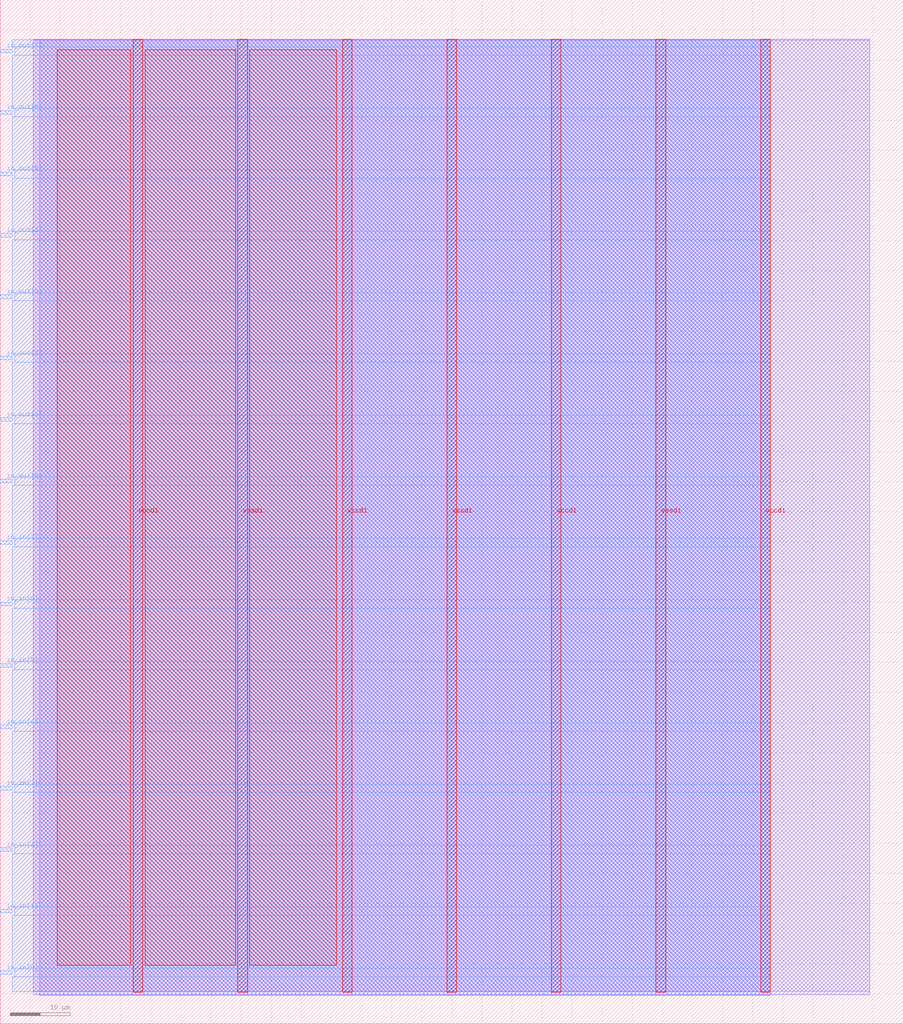
<source format=lef>
VERSION 5.7 ;
  NOWIREEXTENSIONATPIN ON ;
  DIVIDERCHAR "/" ;
  BUSBITCHARS "[]" ;
MACRO regymm_funnyblinky
  CLASS BLOCK ;
  FOREIGN regymm_funnyblinky ;
  ORIGIN 0.000 0.000 ;
  SIZE 150.000 BY 170.000 ;
  PIN io_in[0]
    DIRECTION INPUT ;
    USE SIGNAL ;
    PORT
      LAYER met3 ;
        RECT 0.000 8.200 2.000 8.800 ;
    END
  END io_in[0]
  PIN io_in[1]
    DIRECTION INPUT ;
    USE SIGNAL ;
    PORT
      LAYER met3 ;
        RECT 0.000 18.400 2.000 19.000 ;
    END
  END io_in[1]
  PIN io_in[2]
    DIRECTION INPUT ;
    USE SIGNAL ;
    PORT
      LAYER met3 ;
        RECT 0.000 28.600 2.000 29.200 ;
    END
  END io_in[2]
  PIN io_in[3]
    DIRECTION INPUT ;
    USE SIGNAL ;
    PORT
      LAYER met3 ;
        RECT 0.000 38.800 2.000 39.400 ;
    END
  END io_in[3]
  PIN io_in[4]
    DIRECTION INPUT ;
    USE SIGNAL ;
    PORT
      LAYER met3 ;
        RECT 0.000 49.000 2.000 49.600 ;
    END
  END io_in[4]
  PIN io_in[5]
    DIRECTION INPUT ;
    USE SIGNAL ;
    PORT
      LAYER met3 ;
        RECT 0.000 59.200 2.000 59.800 ;
    END
  END io_in[5]
  PIN io_in[6]
    DIRECTION INPUT ;
    USE SIGNAL ;
    PORT
      LAYER met3 ;
        RECT 0.000 69.400 2.000 70.000 ;
    END
  END io_in[6]
  PIN io_in[7]
    DIRECTION INPUT ;
    USE SIGNAL ;
    PORT
      LAYER met3 ;
        RECT 0.000 79.600 2.000 80.200 ;
    END
  END io_in[7]
  PIN io_out[0]
    DIRECTION OUTPUT TRISTATE ;
    USE SIGNAL ;
    PORT
      LAYER met3 ;
        RECT 0.000 89.800 2.000 90.400 ;
    END
  END io_out[0]
  PIN io_out[1]
    DIRECTION OUTPUT TRISTATE ;
    USE SIGNAL ;
    PORT
      LAYER met3 ;
        RECT 0.000 100.000 2.000 100.600 ;
    END
  END io_out[1]
  PIN io_out[2]
    DIRECTION OUTPUT TRISTATE ;
    USE SIGNAL ;
    PORT
      LAYER met3 ;
        RECT 0.000 110.200 2.000 110.800 ;
    END
  END io_out[2]
  PIN io_out[3]
    DIRECTION OUTPUT TRISTATE ;
    USE SIGNAL ;
    PORT
      LAYER met3 ;
        RECT 0.000 120.400 2.000 121.000 ;
    END
  END io_out[3]
  PIN io_out[4]
    DIRECTION OUTPUT TRISTATE ;
    USE SIGNAL ;
    PORT
      LAYER met3 ;
        RECT 0.000 130.600 2.000 131.200 ;
    END
  END io_out[4]
  PIN io_out[5]
    DIRECTION OUTPUT TRISTATE ;
    USE SIGNAL ;
    PORT
      LAYER met3 ;
        RECT 0.000 140.800 2.000 141.400 ;
    END
  END io_out[5]
  PIN io_out[6]
    DIRECTION OUTPUT TRISTATE ;
    USE SIGNAL ;
    PORT
      LAYER met3 ;
        RECT 0.000 151.000 2.000 151.600 ;
    END
  END io_out[6]
  PIN io_out[7]
    DIRECTION OUTPUT TRISTATE ;
    USE SIGNAL ;
    PORT
      LAYER met3 ;
        RECT 0.000 161.200 2.000 161.800 ;
    END
  END io_out[7]
  PIN vccd1
    DIRECTION INOUT ;
    USE POWER ;
    PORT
      LAYER met4 ;
        RECT 22.090 5.200 23.690 163.440 ;
    END
    PORT
      LAYER met4 ;
        RECT 56.830 5.200 58.430 163.440 ;
    END
    PORT
      LAYER met4 ;
        RECT 91.570 5.200 93.170 163.440 ;
    END
    PORT
      LAYER met4 ;
        RECT 126.310 5.200 127.910 163.440 ;
    END
  END vccd1
  PIN vssd1
    DIRECTION INOUT ;
    USE GROUND ;
    PORT
      LAYER met4 ;
        RECT 39.460 5.200 41.060 163.440 ;
    END
    PORT
      LAYER met4 ;
        RECT 74.200 5.200 75.800 163.440 ;
    END
    PORT
      LAYER met4 ;
        RECT 108.940 5.200 110.540 163.440 ;
    END
  END vssd1
  OBS
      LAYER li1 ;
        RECT 5.520 5.355 144.440 163.285 ;
      LAYER met1 ;
        RECT 5.520 4.800 144.440 163.440 ;
      LAYER met2 ;
        RECT 6.540 4.770 127.880 163.385 ;
      LAYER met3 ;
        RECT 2.000 162.200 127.900 163.365 ;
        RECT 2.400 160.800 127.900 162.200 ;
        RECT 2.000 152.000 127.900 160.800 ;
        RECT 2.400 150.600 127.900 152.000 ;
        RECT 2.000 141.800 127.900 150.600 ;
        RECT 2.400 140.400 127.900 141.800 ;
        RECT 2.000 131.600 127.900 140.400 ;
        RECT 2.400 130.200 127.900 131.600 ;
        RECT 2.000 121.400 127.900 130.200 ;
        RECT 2.400 120.000 127.900 121.400 ;
        RECT 2.000 111.200 127.900 120.000 ;
        RECT 2.400 109.800 127.900 111.200 ;
        RECT 2.000 101.000 127.900 109.800 ;
        RECT 2.400 99.600 127.900 101.000 ;
        RECT 2.000 90.800 127.900 99.600 ;
        RECT 2.400 89.400 127.900 90.800 ;
        RECT 2.000 80.600 127.900 89.400 ;
        RECT 2.400 79.200 127.900 80.600 ;
        RECT 2.000 70.400 127.900 79.200 ;
        RECT 2.400 69.000 127.900 70.400 ;
        RECT 2.000 60.200 127.900 69.000 ;
        RECT 2.400 58.800 127.900 60.200 ;
        RECT 2.000 50.000 127.900 58.800 ;
        RECT 2.400 48.600 127.900 50.000 ;
        RECT 2.000 39.800 127.900 48.600 ;
        RECT 2.400 38.400 127.900 39.800 ;
        RECT 2.000 29.600 127.900 38.400 ;
        RECT 2.400 28.200 127.900 29.600 ;
        RECT 2.000 19.400 127.900 28.200 ;
        RECT 2.400 18.000 127.900 19.400 ;
        RECT 2.000 9.200 127.900 18.000 ;
        RECT 2.400 7.800 127.900 9.200 ;
        RECT 2.000 5.275 127.900 7.800 ;
      LAYER met4 ;
        RECT 9.495 9.695 21.690 161.665 ;
        RECT 24.090 9.695 39.060 161.665 ;
        RECT 41.460 9.695 55.825 161.665 ;
  END
END regymm_funnyblinky
END LIBRARY


</source>
